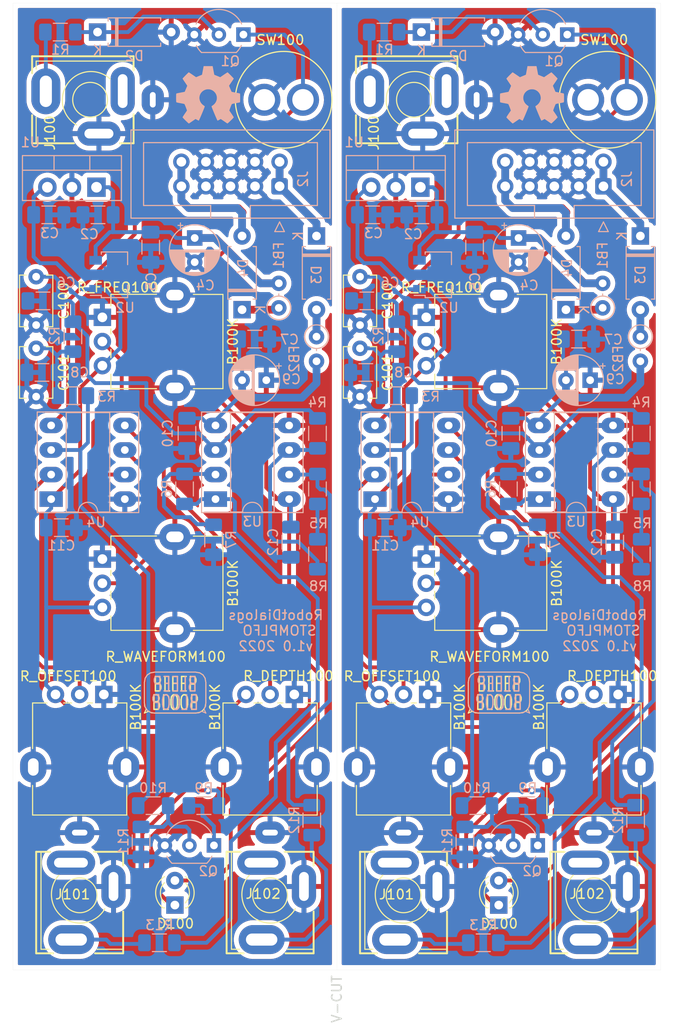
<source format=kicad_pcb>
(kicad_pcb (version 20211014) (generator pcbnew)
  (title_block (title "STOMPLFO") (date "2022-06-25") (rev "1.0") (company "RobotDialogs"))
  (layers (0 "F.Cu" signal) (31 "B.Cu" signal) (34 "B.Paste" user) (35 "F.Paste" user) (36 "B.SilkS" user "B.Silkscreen") (37 "F.SilkS" user "F.Silkscreen") (38 "B.Mask" user) (39 "F.Mask" user) (44 "Edge.Cuts" user))
  (net 0 "")
  (net 1 "+12V")
  (net 2 "GND")
  (net 3 "-12V")
  (net 4 "+5V")
  (net 5 "-12VA")
  (net 6 "+12VA")
  (net 7 "Net-(R4-Pad2)")
  (net 8 "Net-(R13-Pad1)")
  (net 9 "Net-(C100-Pad1)")
  (net 10 "Net-(C101-Pad1)")
  (net 11 "Net-(D2-Pad1)")
  (net 12 "Net-(D3-Pad2)")
  (net 13 "Net-(D4-Pad1)")
  (net 14 "Net-(J100-PadT)")
  (net 16 "Net-(J101-PadT)")
  (net 19 "Net-(J102-PadT)")
  (net 20 "Net-(D100-Pad1)")
  (net 21 "Net-(R3-Pad1)")
  (net 22 "Net-(R5-Pad1)")
  (net 23 "Net-(R12-Pad1)")
  (net 24 "Net-(Q1-Pad1)")
  (net 25 "Net-(R10-Pad1)")
  (net 26 "Net-(R9-Pad2)")
  (net 27 "Net-(R6-Pad1)")
  (net 28 "Net-(R_DEPTH100-Pad2)")
  (net 29 "Net-(R_FREQ100-Pad2)")
  (net 30 "Net-(R_OFFSET100-Pad2)")
  (net 31 "Net-(R_WAVEFORM100-Pad2)")
  (footprint "My Stuff:Potentiometer_Alpha_RD901F-40-00D_Single_Vertical_w_3d" (layer "F.Cu") (at 156.75 85)
    (fp_text reference "R_FREQ100")
    (fp_text value "B100K")
  )
  (footprint "My Stuff:LED_D3.0mm" (layer "F.Cu") (at 190.25 142.011044 90)
    (fp_text reference "D100")
    (fp_text value "LED")
  )
  (footprint "My Stuff:LED_D3.0mm" (layer "F.Cu") (at 156.75 142.011044 90)
    (fp_text reference "D100")
    (fp_text value "LED")
  )
  (footprint "Capacitor_THT:C_Disc_D5.1mm_W3.2mm_P5.00mm" (layer "F.Cu") (at 175.9 85.7 -90)
    (fp_text reference "C101")
    (fp_text value "47nF")
  )
  (footprint "My Stuff:SW_PS1024ALRED" (layer "F.Cu") (at 201.5 60)
    (fp_text reference "SW100")
    (fp_text value "SW_Push")
  )
  (footprint "My Stuff:Jack_3.5mm_MJ-355W_and_PJ398SM_Vertical" (layer "F.Cu") (at 181.5 60 90)
    (fp_text reference "J100")
    (fp_text value "SYNC_IN")
  )
  (footprint "My Stuff:Logo2" (layer "F.Cu") (at 190.3 121.3)
    (fp_text reference "LOGO101" hide)
    (fp_text value "logo1" hide)
  )
  (footprint "My Stuff:Potentiometer_Alpha_RD901F-40-00D_Single_Vertical_w_3d" (layer "F.Cu") (at 190.25 85)
    (fp_text reference "R_FREQ100")
    (fp_text value "B100K")
  )
  (footprint "My Stuff:Potentiometer_Alpha_RD901F-40-00D_Single_Vertical_w_3d" (layer "F.Cu") (at 166.6 129 -90)
    (fp_text reference "R_DEPTH100")
    (fp_text value "B100K")
  )
  (footprint "My Stuff:Potentiometer_Alpha_RD901F-40-00D_Single_Vertical_w_3d" (layer "F.Cu") (at 156.75 110)
    (fp_text reference "R_WAVEFORM100")
    (fp_text value "B100K")
  )
  (footprint "My Stuff:SW_PS1024ALRED" (layer "F.Cu") (at 168 60)
    (fp_text reference "SW100")
    (fp_text value "SW_Push")
  )
  (footprint "My Stuff:Potentiometer_Alpha_RD901F-40-00D_Single_Vertical_w_3d" (layer "F.Cu") (at 200.1 129 -90)
    (fp_text reference "R_DEPTH100")
    (fp_text value "B100K")
  )
  (footprint "My Stuff:Jack_3.5mm_MJ-355W_and_PJ398SM_Vertical" (layer "F.Cu") (at 146.9 142.25 180)
    (fp_text reference "J101")
    (fp_text value "LFO")
  )
  (footprint "My Stuff:Potentiometer_Alpha_RD901F-40-00D_Single_Vertical_w_3d" (layer "F.Cu") (at 146.9 129 -90)
    (fp_text reference "R_OFFSET100")
    (fp_text value "B100K")
  )
  (footprint "My Stuff:Logo1" (layer "F.Cu") (at 156.75 121.3)
    (fp_text reference "LOGO100" hide)
    (fp_text value "logo1" hide)
  )
  (footprint "My Stuff:Jack_3.5mm_MJ-355W_and_PJ398SM_Vertical" (layer "F.Cu") (at 200.1 142.25 180)
    (fp_text reference "J102")
    (fp_text value "LFO_INV")
  )
  (footprint "My Stuff:Potentiometer_Alpha_RD901F-40-00D_Single_Vertical_w_3d" (layer "F.Cu") (at 180.4 129 -90)
    (fp_text reference "R_OFFSET100")
    (fp_text value "B100K")
  )
  (footprint "My Stuff:Jack_3.5mm_MJ-355W_and_PJ398SM_Vertical" (layer "F.Cu") (at 166.6 142.25 180)
    (fp_text reference "J102")
    (fp_text value "LFO_INV")
  )
  (footprint "My Stuff:Potentiometer_Alpha_RD901F-40-00D_Single_Vertical_w_3d" (layer "F.Cu") (at 190.25 110)
    (fp_text reference "R_WAVEFORM100")
    (fp_text value "B100K")
  )
  (footprint "Capacitor_THT:C_Disc_D5.1mm_W3.2mm_P5.00mm" (layer "F.Cu") (at 142.4 85.7 -90)
    (fp_text reference "C101")
    (fp_text value "47nF")
  )
  (footprint "My Stuff:Jack_3.5mm_MJ-355W_and_PJ398SM_Vertical" (layer "F.Cu") (at 180.4 142.25 180)
    (fp_text reference "J101")
    (fp_text value "LFO")
  )
  (footprint "My Stuff:Logo1" (layer "F.Cu") (at 190.25 121.3)
    (fp_text reference "LOGO100" hide)
    (fp_text value "logo1" hide)
  )
  (footprint "Capacitor_THT:C_Disc_D5.1mm_W3.2mm_P5.00mm" (layer "F.Cu") (at 175.9 78.3 -90)
    (fp_text reference "C100")
    (fp_text value "4.7nF")
  )
  (footprint "My Stuff:Jack_3.5mm_MJ-355W_and_PJ398SM_Vertical" (layer "F.Cu") (at 148 60 90)
    (fp_text reference "J100")
    (fp_text value "SYNC_IN")
  )
  (footprint "My Stuff:Logo2" (layer "F.Cu") (at 156.8 121.3)
    (fp_text reference "LOGO101" hide)
    (fp_text value "logo1" hide)
  )
  (footprint "Capacitor_THT:C_Disc_D5.1mm_W3.2mm_P5.00mm" (layer "F.Cu") (at 142.4 78.3 -90)
    (fp_text reference "C100")
    (fp_text value "4.7nF")
  )
  (footprint "Resistor_SMD:R_1206_3216Metric_Pad1.30x1.75mm_HandSolder" (layer "B.Cu") (at 160.75 105.5 90)
    (fp_text reference "R7")
    (fp_text value "100k")
  )
  (footprint "Resistor_SMD:R_1206_3216Metric_Pad1.30x1.75mm_HandSolder" (layer "B.Cu") (at 204.41 134.5 -90)
    (fp_text reference "R12")
    (fp_text value "1k")
  )
  (footprint "Capacitor_SMD:C_1206_3216Metric_Pad1.33x1.80mm_HandSolder" (layer "B.Cu") (at 176.6 80.8 180)
    (fp_text reference "C6")
    (fp_text value "4.7nF")
  )
  (footprint "Inductor_THT:L_Axial_L5.3mm_D2.2mm_P2.54mm_Vertical_Vishay_IM-1" (layer "B.Cu") (at 171.4 84.5 -90)
    (fp_text reference "FB2")
    (fp_text value "FerriteBead")
  )
  (footprint "Symbol:OSHW-Symbol_6.7x6mm_SilkScreen" (layer "B.Cu") (at 193.7 59.5 180)
    (fp_text reference "LOGO2" hide)
    (fp_text value "Logo_Open_Hardware_Small" hide)
  )
  (footprint "Package_TO_SOT_THT:TO-92_Inline_Wide" (layer "B.Cu") (at 163.84 53.26 180)
    (fp_text reference "Q1")
    (fp_text value "BC547")
  )
  (footprint "Package_DIP:DIP-8_W7.62mm_Socket_LongPads" (layer "B.Cu") (at 194.45 101.3)
    (fp_text reference "U3")
    (fp_text value "TL072")
  )
  (footprint "Package_TO_SOT_THT:TO-92_Inline_Wide" (layer "B.Cu") (at 197.34 53.26 180)
    (fp_text reference "Q1")
    (fp_text value "BC547")
  )
  (footprint "Resistor_SMD:R_1206_3216Metric_Pad1.30x1.75mm_HandSolder" (layer "B.Cu") (at 159.75 133 180)
    (fp_text reference "R9")
    (fp_text value "10k")
  )
  (footprint "Capacitor_SMD:C_1206_3216Metric_Pad1.33x1.80mm_HandSolder" (layer "B.Cu") (at 191.5 94.5 90)
    (fp_text reference "C10")
    (fp_text value "10nF")
  )
  (footprint "Capacitor_THT:CP_Radial_D5.0mm_P2.50mm" (layer "B.Cu") (at 199.705113 89 180)
    (fp_text reference "C9")
    (fp_text value "100uF")
  )
  (footprint "Resistor_SMD:R_1206_3216Metric_Pad1.30x1.75mm_HandSolder" (layer "B.Cu") (at 188 133 180)
    (fp_text reference "R10")
    (fp_text value "2k")
  )
  (footprint "Resistor_SMD:R_1206_3216Metric_Pad1.30x1.75mm_HandSolder" (layer "B.Cu") (at 153.25 136.75 -90)
    (fp_text reference "R11")
    (fp_text value "10k")
  )
  (footprint "Package_TO_SOT_THT:TO-220-3_Vertical" (layer "B.Cu") (at 182.14 69.045 180)
    (fp_text reference "U1")
    (fp_text value "LM7805_TO220")
  )
  (footprint "Diode_THT:D_A-405_P7.62mm_Horizontal" (layer "B.Cu") (at 182.25 53)
    (fp_text reference "D2")
    (fp_text value "D")
  )
  (footprint "Resistor_SMD:R_1206_3216Metric_Pad1.30x1.75mm_HandSolder" (layer "B.Cu") (at 178.4 53)
    (fp_text reference "R1")
    (fp_text value "10k")
  )
  (footprint "Capacitor_SMD:C_1206_3216Metric_Pad1.33x1.80mm_HandSolder" (layer "B.Cu") (at 177.2 71.9)
    (fp_text reference "C3")
    (fp_text value "100nF")
  )
  (footprint "Capacitor_SMD:C_1206_3216Metric_Pad1.33x1.80mm_HandSolder" (layer "B.Cu") (at 143 88.2 180)
    (fp_text reference "C8")
    (fp_text value "47nF")
  )
  (footprint "Resistor_SMD:R_1206_3216Metric_Pad1.30x1.75mm_HandSolder" (layer "B.Cu") (at 191.25 100.25 -90)
    (fp_text reference "R6")
    (fp_text value "100k")
  )
  (footprint "Diode_THT:D_A-405_P7.62mm_Horizontal" (layer "B.Cu") (at 171.4 74.09 -90)
    (fp_text reference "D3")
    (fp_text value "D")
  )
  (footprint "Diode_THT:D_A-405_P7.62mm_Horizontal" (layer "B.Cu") (at 148.75 53)
    (fp_text reference "D2")
    (fp_text value "D")
  )
  (footprint "Resistor_SMD:R_1206_3216Metric_Pad1.30x1.75mm_HandSolder" (layer "B.Cu") (at 179.7 84.5 90)
    (fp_text reference "R2")
    (fp_text value "100k")
  )
  (footprint "Resistor_SMD:R_1206_3216Metric_Pad1.30x1.75mm_HandSolder" (layer "B.Cu") (at 146.2 90.6 180)
    (fp_text reference "R3")
    (fp_text value "10k")
  )
  (footprint "Diode_THT:D_A-405_P7.62mm_Horizontal" (layer "B.Cu") (at 204.9 74.09 -90)
    (fp_text reference "D3")
    (fp_text value "D")
  )
  (footprint "Resistor_SMD:R_1206_3216Metric_Pad1.30x1.75mm_HandSolder" (layer "B.Cu") (at 205 94.5 -90)
    (fp_text reference "R4")
    (fp_text value "100k")
  )
  (footprint "Package_TO_SOT_SMD:SOT-89-3" (layer "B.Cu") (at 183.7 78.1)
    (fp_text reference "U2")
    (fp_text value "L78L05_SOT89")
  )
  (footprint "Package_TO_SOT_THT:TO-92_Inline_Wide" (layer "B.Cu") (at 160.79 137.11 180)
    (fp_text reference "Q2")
    (fp_text value "BC547")
  )
  (footprint "Capacitor_SMD:C_1206_3216Metric_Pad1.33x1.80mm_HandSolder" (layer "B.Cu") (at 143.1 80.8 180)
    (fp_text reference "C6")
    (fp_text value "4.7nF")
  )
  (footprint "Connector_IDC:IDC-Header_2x05_P2.54mm_Vertical" (layer "B.Cu") (at 167.58 68.9525 90)
    (fp_text reference "J2")
    (fp_text value "Conn_02x05_Odd_Even")
  )
  (footprint "Package_DIP:DIP-8_W7.62mm_Socket_LongPads" (layer "B.Cu") (at 160.95 101.3)
    (fp_text reference "U3")
    (fp_text value "TL072")
  )
  (footprint "Capacitor_SMD:C_1206_3216Metric_Pad1.33x1.80mm_HandSolder" (layer "B.Cu") (at 145 104.25)
    (fp_text reference "C11")
    (fp_text value "10nF")
  )
  (footprint "Package_TO_SOT_SMD:SOT-89-3" (layer "B.Cu") (at 150.2 78.1)
    (fp_text reference "U2")
    (fp_text value "L78L05_SOT89")
  )
  (footprint "Package_TO_SOT_THT:TO-220-3_Vertical" (layer "B.Cu") (at 148.64 69.045 180)
    (fp_text reference "U1")
    (fp_text value "LM7805_TO220")
  )
  (footprint "Resistor_SMD:R_1206_3216Metric_Pad1.30x1.75mm_HandSolder" (layer "B.Cu") (at 171.5 94.5 -90)
    (fp_text reference "R4")
    (fp_text value "100k")
  )
  (footprint "Capacitor_SMD:C_1206_3216Metric_Pad1.33x1.80mm_HandSolder" (layer "B.Cu") (at 143.7 71.9)
    (fp_text reference "C3")
    (fp_text value "100nF")
  )
  (footprint "Capacitor_SMD:C_1206_3216Metric_Pad1.33x1.80mm_HandSolder" (layer "B.Cu") (at 176.5 88.2 180)
    (fp_text reference "C8")
    (fp_text value "47nF")
  )
  (footprint "Package_DIP:DIP-8_W7.62mm_Socket_LongPads" (layer "B.Cu") (at 177.45 101.3)
    (fp_text reference "U4")
    (fp_text value "ElectricDruid_STOMPLFO")
  )
  (footprint "Resistor_SMD:R_1206_3216Metric_Pad1.30x1.75mm_HandSolder" (layer "B.Cu") (at 188.65 147.18 180)
    (fp_text reference "R13")
    (fp_text value "1k")
  )
  (footprint "Resistor_SMD:R_1206_3216Metric_Pad1.30x1.75mm_HandSolder" (layer "B.Cu") (at 146.2 84.5 90)
    (fp_text reference "R2")
    (fp_text value "100k")
  )
  (footprint "Resistor_SMD:R_1206_3216Metric_Pad1.30x1.75mm_HandSolder" (layer "B.Cu") (at 154.5 133 180)
    (fp_text reference "R10")
    (fp_text value "2k")
  )
  (footprint "Capacitor_SMD:C_1206_3216Metric_Pad1.33x1.80mm_HandSolder" (layer "B.Cu") (at 168.75 105.75 -90)
    (fp_text reference "C12")
    (fp_text value "10nF")
  )
  (footprint "Inductor_THT:L_Axial_L5.3mm_D2.2mm_P2.54mm_Vertical_Vishay_IM-1" (layer "B.Cu") (at 167.5 81.52 90)
    (fp_text reference "FB1")
    (fp_text value "FerriteBead")
  )
  (footprint "Resistor_SMD:R_1206_3216Metric_Pad1.30x1.75mm_HandSolder" (layer "B.Cu") (at 170.91 134.5 -90)
    (fp_text reference "R12")
    (fp_text value "1k")
  )
  (footprint "Resistor_SMD:R_1206_3216Metric_Pad1.30x1.75mm_HandSolder" (layer "B.Cu") (at 194.25 105.5 90)
    (fp_text reference "R7")
    (fp_text value "100k")
  )
  (footprint "Resistor_SMD:R_1206_3216Metric_Pad1.30x1.75mm_HandSolder" (layer "B.Cu") (at 205 100.25 90)
    (fp_text reference "R5")
    (fp_text value "100k")
  )
  (footprint "Capacitor_THT:CP_Radial_D5.0mm_P2.50mm" (layer "B.Cu") (at 158.8 74.294888 -90)
    (fp_text reference "C4")
    (fp_text value "100uF")
  )
  (footprint "Package_TO_SOT_THT:TO-92_Inline_Wide" (layer "B.Cu") (at 194.29 137.11 180)
    (fp_text reference "Q2")
    (fp_text value "BC547")
  )
  (footprint "Capacitor_SMD:C_1206_3216Metric_Pad1.33x1.80mm_HandSolder" (layer "B.Cu") (at 158 94.5 90)
    (fp_text reference "C10")
    (fp_text value "10nF")
  )
  (footprint "Capacitor_SMD:C_1206_3216Metric_Pad1.33x1.80mm_HandSolder" (layer "B.Cu") (at 198.5 84.75 180)
    (fp_text reference "C7")
    (fp_text value "10nF")
  )
  (footprint "Capacitor_THT:CP_Radial_D5.0mm_P2.50mm" (layer "B.Cu") (at 192.3 74.294888 -90)
    (fp_text reference "C4")
    (fp_text value "100uF")
  )
  (footprint "Inductor_THT:L_Axial_L5.3mm_D2.2mm_P2.54mm_Vertical_Vishay_IM-1" (layer "B.Cu") (at 204.9 84.5 -90)
    (fp_text reference "FB2")
    (fp_text value "FerriteBead")
  )
  (footprint "Resistor_SMD:R_1206_3216Metric_Pad1.30x1.75mm_HandSolder" (layer "B.Cu") (at 193.25 133 180)
    (fp_text reference "R9")
    (fp_text value "10k")
  )
  (footprint "Resistor_SMD:R_1206_3216Metric_Pad1.30x1.75mm_HandSolder" (layer "B.Cu") (at 171.5 100.25 90)
    (fp_text reference "R5")
    (fp_text value "100k")
  )
  (footprint "Resistor_SMD:R_1206_3216Metric_Pad1.30x1.75mm_HandSolder" (layer "B.Cu") (at 179.7 90.6 180)
    (fp_text reference "R3")
    (fp_text value "10k")
  )
  (footprint "Package_DIP:DIP-8_W7.62mm_Socket_LongPads" (layer "B.Cu") (at 143.95 101.3)
    (fp_text reference "U4")
    (fp_text value "ElectricDruid_STOMPLFO")
  )
  (footprint "Capacitor_SMD:C_1206_3216Metric_Pad1.33x1.80mm_HandSolder" (layer "B.Cu") (at 178.5 104.25)
    (fp_text reference "C11")
    (fp_text value "10nF")
  )
  (footprint "Capacitor_SMD:C_1206_3216Metric_Pad1.33x1.80mm_HandSolder" (layer "B.Cu") (at 202.25 105.75 -90)
    (fp_text reference "C12")
    (fp_text value "10nF")
  )
  (footprint "Capacitor_SMD:C_1206_3216Metric_Pad1.33x1.80mm_HandSolder" (layer "B.Cu") (at 182.3 71.9 180)
    (fp_text reference "C2")
    (fp_text value "220nF")
  )
  (footprint "Symbol:OSHW-Symbol_6.7x6mm_SilkScreen" (layer "B.Cu") (at 160.2 59.5 180)
    (fp_text reference "LOGO2" hide)
    (fp_text value "Logo_Open_Hardware_Small" hide)
  )
  (footprint "Capacitor_SMD:C_1206_3216Metric_Pad1.33x1.80mm_HandSolder" (layer "B.Cu") (at 154.25 75.25 -90)
    (fp_text reference "C5")
    (fp_text value "10nF")
  )
  (footprint "Resistor_SMD:R_1206_3216Metric_Pad1.30x1.75mm_HandSolder" (layer "B.Cu") (at 186.75 136.75 -90)
    (fp_text reference "R11")
    (fp_text value "10k")
  )
  (footprint "Connector_IDC:IDC-Header_2x05_P2.54mm_Vertical" (layer "B.Cu") (at 201.08 68.9525 90)
    (fp_text reference "J2")
    (fp_text value "Conn_02x05_Odd_Even")
  )
  (footprint "Diode_THT:D_A-405_P7.62mm_Horizontal" (layer "B.Cu") (at 197.2 81.71 90)
    (fp_text reference "D4")
    (fp_text value "D")
  )
  (footprint "Resistor_SMD:R_1206_3216Metric_Pad1.30x1.75mm_HandSolder" (layer "B.Cu") (at 205 107 90)
    (fp_text reference "R8")
    (fp_text value "100k")
  )
  (footprint "Diode_THT:D_A-405_P7.62mm_Horizontal" (layer "B.Cu") (at 163.7 81.71 90)
    (fp_text reference "D4")
    (fp_text value "D")
  )
  (footprint "Capacitor_SMD:C_1206_3216Metric_Pad1.33x1.80mm_HandSolder" (layer "B.Cu") (at 165 84.75 180)
    (fp_text reference "C7")
    (fp_text value "10nF")
  )
  (footprint "Resistor_SMD:R_1206_3216Metric_Pad1.30x1.75mm_HandSolder" (layer "B.Cu") (at 155.15 147.18 180)
    (fp_text reference "R13")
    (fp_text value "1k")
  )
  (footprint "Capacitor_THT:CP_Radial_D5.0mm_P2.50mm" (layer "B.Cu") (at 166.205113 89 180)
    (fp_text reference "C9")
    (fp_text value "100uF")
  )
  (footprint "Capacitor_SMD:C_1206_3216Metric_Pad1.33x1.80mm_HandSolder" (layer "B.Cu") (at 187.75 75.25 -90)
    (fp_text reference "C5")
    (fp_text value "10nF")
  )
  (footprint "Resistor_SMD:R_1206_3216Metric_Pad1.30x1.75mm_HandSolder" (layer "B.Cu") (at 144.9 53)
    (fp_text reference "R1")
    (fp_text value "10k")
  )
  (footprint "Inductor_THT:L_Axial_L5.3mm_D2.2mm_P2.54mm_Vertical_Vishay_IM-1" (layer "B.Cu") (at 201 81.52 90)
    (fp_text reference "FB1")
    (fp_text value "FerriteBead")
  )
  (footprint "Resistor_SMD:R_1206_3216Metric_Pad1.30x1.75mm_HandSolder" (layer "B.Cu") (at 157.75 100.25 -90)
    (fp_text reference "R6")
    (fp_text value "100k")
  )
  (footprint "Resistor_SMD:R_1206_3216Metric_Pad1.30x1.75mm_HandSolder" (layer "B.Cu") (at 171.5 107 90)
    (fp_text reference "R8")
    (fp_text value "100k")
  )
  (footprint "Capacitor_SMD:C_1206_3216Metric_Pad1.33x1.80mm_HandSolder" (layer "B.Cu") (at 148.8 71.9 180)
    (fp_text reference "C2")
    (fp_text value "220nF")
  )
  (gr_line (start 173.5 50) (end 173.5 150) (layer "Edge.Cuts") (width 0.01))
  (gr_rect (start 140 50) (end 207 150) (layer "Edge.Cuts") (width 0.01) (fill none))
  (gr_text "RobotDialogs\nSTOMPLFO \nv1.0 2022" (at 200.68 114.9) (layer "B.SilkS") (effects (font (size 1 1)) (justify mirror)))
  (gr_text "RobotDialogs\nSTOMPLFO \nv1.0 2022" (at 167.18 114.9) (layer "B.SilkS") (effects (font (size 1 1)) (justify mirror)))
  (gr_text "V-CUT" (at 173.5 153 90) (layer "Edge.Cuts") (effects (font (size 1 1))))
  (segment (start 194.5 76.5) (end 194.5 90.7) (width 0.4) (layer "F.Cu") (net 1))
  (segment (start 165.600978 78.98) (end 162.060489 75.439511) (width 0.8) (layer "F.Cu") (net 1))
  (segment (start 166.2 100.1) (end 167.4 101.3) (width 0.4) (layer "F.Cu") (net 1))
  (segment (start 205.02 124.44) (end 205.02 119.25) (width 0.4) (layer "F.Cu") (net 1))
  (segment (start 166.2 95.9) (end 166.2 100.1) (width 0.4) (layer "F.Cu") (net 1))
  (segment (start 205.02 119.25) (end 202.07 116.3) (width 0.4) (layer "F.Cu") (net 1))
  (segment (start 194.378956 140.741044) (end 196.03 139.09) (width 0.4) (layer "F.Cu") (net 1))
  (segment (start 167.5 78.98) (end 165.600978 78.98) (width 0.8) (layer "F.Cu") (net 1))
  (segment (start 161 90.7) (end 166.2 95.9) (width 0.4) (layer "F.Cu") (net 1))
  (segment (start 190.25 140.741044) (end 194.378956 140.741044) (width 0.4) (layer "F.Cu") (net 1))
  (segment (start 162.53 133.43) (end 171.52 124.44) (width 0.4) (layer "F.Cu") (net 1))
  (segment (start 162.060489 75.439511) (end 160.915866 74.294888) (width 0.8) (layer "F.Cu") (net 1))
  (segment (start 160.915866 74.294888) (end 158.8 74.294888) (width 0.8) (layer "F.Cu") (net 1))
  (segment (start 171.52 124.44) (end 171.52 119.25) (width 0.4) (layer "F.Cu") (net 1))
  (segment (start 200.6 101.3) (end 202.07 101.3) (width 0.4) (layer "F.Cu") (net 1))
  (segment (start 201 78.98) (end 199.100978 78.98) (width 0.8) (layer "F.Cu") (net 1))
  (segment (start 202.07 116.3) (end 202.07 101.3) (width 0.4) (layer "F.Cu") (net 1))
  (segment (start 195.560489 75.439511) (end 194.415866 74.294888) (width 0.8) (layer "F.Cu") (net 1))
  (segment (start 171.52 119.25) (end 168.57 116.3) (width 0.4) (layer "F.Cu") (net 1))
  (segment (start 156.75 140.741044) (end 160.878956 140.741044) (width 0.4) (layer "F.Cu") (net 1))
  (segment (start 168.57 116.3) (end 168.57 101.3) (width 0.4) (layer "F.Cu") (net 1))
  (segment (start 199.100978 78.98) (end 195.560489 75.439511) (width 0.8) (layer "F.Cu") (net 1))
  (segment (start 160.878956 140.741044) (end 162.53 139.09) (width 0.4) (layer "F.Cu") (net 1))
  (segment (start 167.1 101.3) (end 168.57 101.3) (width 0.4) (layer "F.Cu") (net 1))
  (segment (start 194.5 90.7) (end 199.7 95.9) (width 0.4) (layer "F.Cu") (net 1))
  (segment (start 199.7 95.9) (end 199.7 100.1) (width 0.4) (layer "F.Cu") (net 1))
  (segment (start 194.5 76.5) (end 195.560489 75.439511) (width 0.4) (layer "F.Cu") (net 1))
  (segment (start 194.415866 74.294888) (end 192.3 74.294888) (width 0.8) (layer "F.Cu") (net 1))
  (segment (start 161 76.5) (end 161 90.7) (width 0.4) (layer "F.Cu") (net 1))
  (segment (start 196.03 133.43) (end 205.02 124.44) (width 0.4) (layer "F.Cu") (net 1))
  (segment (start 162.53 139.09) (end 162.53 133.43) (width 0.4) (layer "F.Cu") (net 1))
  (segment (start 161 76.5) (end 162.060489 75.439511) (width 0.4) (layer "F.Cu") (net 1))
  (segment (start 199.7 100.1) (end 200.9 101.3) (width 0.4) (layer "F.Cu") (net 1))
  (segment (start 196.03 139.09) (end 196.03 133.43) (width 0.4) (layer "F.Cu") (net 1))
  (segment (start 148.55 76.6) (end 148.55 75.15) (width 0.4) (layer "B.Cu") (net 1))
  (segment (start 190.394888 74.294888) (end 189.7875 73.6875) (width 0.4) (layer "B.Cu") (net 1))
  (segment (start 149.945 69.045) (end 150.3625 69.4625) (width 0.4) (layer "B.Cu") (net 1))
  (segment (start 168.75 101.48) (end 168.57 101.3) (width 0.4) (layer "B.Cu") (net 1))
  (segment (start 148.64 69.045) (end 149.945 69.045) (width 0.4) (layer "B.Cu") (net 1))
  (segment (start 192.3 74.294888) (end 190.394888 74.294888) (width 0.4) (layer "B.Cu") (net 1))
  (segment (start 150.3625 73.6375) (end 150.3125 73.6875) (width 0.4) (layer "B.Cu") (net 1))
  (segment (start 183.5125 73.6875) (end 183.8125 73.6875) (width 0.4) (layer "B.Cu") (net 1))
  (segment (start 150.3125 73.6875) (end 154.25 73.6875) (width 0.4) (layer "B.Cu") (net 1))
  (segment (start 183.8625 71.9) (end 183.8625 73.6375) (width 0.4) (layer "B.Cu") (net 1))
  (segment (start 202.25 104.1875) (end 202.25 101.48) (width 0.4) (layer "B.Cu") (net 1))
  (segment (start 150.3625 69.4625) (end 150.3625 71.9) (width 0.4) (layer "B.Cu") (net 1))
  (segment (start 183.8125 73.6875) (end 187.75 73.6875) (width 0.4) (layer "B.Cu") (net 1))
  (segment (start 168.75 104.1875) (end 168.75 101.48) (width 0.4) (layer "B.Cu") (net 1))
  (segment (start 150.3625 71.9) (end 150.3625 73.6375) (width 0.4) (layer "B.Cu") (net 1))
  (segment (start 189.7875 73.6875) (end 187.75 73.6875) (width 0.4) (layer "B.Cu") (net 1))
  (segment (start 167.5 78.98) (end 165.58 78.98) (width 0.8) (layer "B.Cu") (net 1))
  (segment (start 150.0125 73.6875) (end 150.3125 73.6875) (width 0.4) (layer "B.Cu") (net 1))
  (segment (start 148.55 75.15) (end 150.0125 73.6875) (width 0.4) (layer "B.Cu") (net 1))
  (segment (start 182.14 69.045) (end 183.445 69.045) (width 0.4) (layer "B.Cu") (net 1))
  (segment (start 160.894888 74.294888) (end 158.8 74.294888) (width 0.8) (layer "B.Cu") (net 1))
  (segment (start 156.894888 74.294888) (end 156.2875 73.6875) (width 0.4) (layer "B.Cu") (net 1))
  (segment (start 168.57 101.3) (end 168.8 101.3) (width 0.4) (layer "B.Cu") (net 1))
  (segment (start 182.05 76.6) (end 182.05 75.15) (width 0.4) (layer "B.Cu") (net 1))
  (segment (start 202.25 101.48) (end 202.07 101.3) (width 0.4) (layer "B.Cu") (net 1))
  (segment (start 202.07 101.3) (end 202.3 101.3) (width 0.4) (layer "B.Cu") (net 1))
  (segment (start 158.8 74.294888) (end 156.894888 74.294888) (width 0.4) (layer "B.Cu") (net 1))
  (segment (start 182.05 75.15) (end 183.5125 73.6875) (width 0.4) (layer "B.Cu") (net 1))
  (segment (start 199.08 78.98) (end 194.394888 74.294888) (width 0.8) (layer "B.Cu") (net 1))
  (segment (start 183.445 69.045) (end 183.8625 69.4625) (width 0.4) (layer "B.Cu") (net 1))
  (segment (start 165.58 78.98) (end 160.894888 74.294888) (width 0.8) (layer "B.Cu") (net 1))
  (segment (start 183.8625 73.6375) (end 183.8125 73.6875) (width 0.4) (layer "B.Cu") (net 1))
  (segment (start 201 78.98) (end 199.08 78.98) (width 0.8) (layer "B.Cu") (net 1))
  (segment (start 156.2875 73.6875) (end 154.25 73.6875) (width 0.4) (layer "B.Cu") (net 1))
  (segment (start 194.394888 74.294888) (end 192.3 74.294888) (width 0.8) (layer "B.Cu") (net 1))
  (segment (start 183.8625 69.4625) (end 183.8625 71.9) (width 0.4) (layer "B.Cu") (net 1))
  (segment (start 160.95 93.160226) (end 163.705113 90.405113) (width 0.4) (layer "B.Cu") (net 3))
  (segment (start 197.205113 87.405113) (end 196.9 87.1) (width 0.4) (layer "B.Cu") (net 3))
  (segment (start 197.205113 90.405113) (end 197.61 90.81) (width 0.8) (layer "B.Cu") (net 3))
  (segment (start 194.45 93.160226) (end 197.205113 90.405113) (width 0.4) (layer "B.Cu") (net 3))
  (segment (start 163.4 84.7875) (end 163.4375 84.75) (width 0.4) (layer "B.Cu") (net 3))
  (segment (start 196.9 84.7875) (end 196.9375 84.75) (width 0.4) (layer "B.Cu") (net 3))
  (segment (start 193.78 93.68) (end 193.0375 92.9375) (width 0.4) (layer "B.Cu") (net 3))
  (segment (start 163.4 87.1) (end 163.4 84.7875) (width 0.4) (layer "B.Cu") (net 3))
  (segment (start 163.705113 87.405113) (end 163.4 87.1) (width 0.4) (layer "B.Cu") (net 3))
  (segment (start 204.9 87.04) (end 204.9 89.3) (width 0.8) (layer "B.Cu") (net 3))
  (segment (start 197.61 90.81) (end 203.39 90.81) (width 0.8) (layer "B.Cu") (net 3))
  (segment (start 164.11 90.81) (end 169.89 90.81) (width 0.8) (layer "B.Cu") (net 3))
  (segment (start 159.5375 92.9375) (end 158 92.9375) (width 0.4) (layer "B.Cu") (net 3))
  (segment (start 194.45 93.68) (end 194.45 93.160226) (width 0.4) (layer "B.Cu") (net 3))
  (segment (start 197.205113 89) (end 197.205113 90.405113) (width 0.8) (layer "B.Cu") (net 3))
  (segment (start 196.9 87.1) (end 196.9 84.7875) (width 0.4) (layer "B.Cu") (net 3))
  (segment (start 193.0375 92.9375) (end 191.5 92.9375) (width 0.4) (layer "B.Cu") (net 3))
  (segment (start 160.95 93.68) (end 160.28 93.68) (width 0.4) (layer "B.Cu") (net 3))
  (segment (start 171.4 87.04) (end 171.4 89.3) (width 0.8) (layer "B.Cu") (net 3))
  (segment (start 160.95 93.68) (end 160.95 93.160226) (width 0.4) (layer "B.Cu") (net 3))
  (segment (start 194.45 93.68) (end 193.78 93.68) (width 0.4) (layer "B.Cu") (net 3))
  (segment (start 171.4 89.3) (end 169.89 90.81) (width 0.8) (layer "B.Cu") (net 3))
  (segment (start 197.205113 89) (end 197.205113 87.405113) (width 0.4) (layer "B.Cu") (net 3))
  (segment (start 163.705113 89) (end 163.705113 87.405113) (width 0.4) (layer "B.Cu") (net 3))
  (segment (start 163.705113 90.405113) (end 164.11 90.81) (width 0.8) (layer "B.Cu") (net 3))
  (segment (start 160.28 93.68) (end 159.5375 92.9375) (width 0.4) (layer "B.Cu") (net 3))
  (segment (start 204.9 89.3) (end 203.39 90.81) (width 0.8) (layer "B.Cu") (net 3))
  (segment (start 163.705113 89) (end 163.705113 90.405113) (width 0.8) (layer "B.Cu") (net 3))
  (segment (start 146.95 89.8) (end 146.95 98.3) (width 0.4) (layer "F.Cu") (net 4))
  (segment (start 160.73 124.87) (end 164.1 121.5) (width 0.4) (layer "F.Cu") (net 4))
  (segment (start 182.75 87.5) (end 180.45 89.8) (width 0.4) (layer "F.Cu") (net 4))
  (segment (start 194.23 124.87) (end 197.6 121.5) (width 0.4) (layer "F.Cu") (net 4))
  (segment (start 144.4 121.5) (end 147.77 124.87) (width 0.4) (layer "F.Cu") (net 4))
  (segment (start 180.45 98.3) (end 177.45 101.3) (width 0.4) (layer "F.Cu") (net 4))
  (segment (start 146.95 98.3) (end 143.95 101.3) (width 0.4) (layer "F.Cu") (net 4))
  (segment (start 181.27 124.87) (end 194.23 124.87) (width 0.4) (layer "F.Cu") (net 4))
  (segment (start 149.25 87.5) (end 146.95 89.8) (width 0.4) (layer "F.Cu") (net 4))
  (segment (start 180.45 89.8) (end 180.45 98.3) (width 0.4) (layer "F.Cu") (net 4))
  (segment (start 147.77 124.87) (end 160.73 124.87) (width 0.4) (layer "F.Cu") (net 4))
  (segment (start 177.9 121.5) (end 181.27 124.87) (width 0.4) (layer "F.Cu") (net 4))
  (segment (start 142.8 76.9) (end 144.5 76.9) (width 0.4) (layer "B.Cu") (net 4))
  (segment (start 182.75 87.5) (end 184.61 85.64) (width 0.4) (layer "B.Cu") (net 4))
  (segment (start 176.655 69.045) (end 175.6375 70.0625) (width 0.4) (layer "B.Cu") (net 4))
  (segment (start 151.11 81.19) (end 149.52 79.6) (width 0.4) (layer "B.Cu") (net 4))
  (segment (start 143.56 69.045) (end 143.155 69.045) (width 0.4) (layer "B.Cu") (net 4))
  (segment (start 182.75 112.5) (end 177.04 112.5) (width 0.4) (layer "B.Cu") (net 4))
  (segment (start 142.1375 76.2375) (end 142.8 76.9) (width 0.4) (layer "B.Cu") (net 4))
  (segment (start 177.06 69.045) (end 176.655 69.045) (width 0.4) (layer "B.Cu") (net 4))
  (segment (start 143.4375 112.3975) (end 143.4375 120.5375) (width 0.4) (layer "B.Cu") (net 4))
  (segment (start 175.6375 71.9) (end 175.6375 76.2375) (width 0.4) (layer "B.Cu") (net 4))
  (segment (start 176.9375 104.25) (end 176.9375 112.3975) (width 0.4) (layer "B.Cu") (net 4))
  (segment (start 184.61 81.19) (end 183.02 79.6) (width 0.4) (layer "B.Cu") (net 4))
  (segment (start 143.4375 120.5375) (end 144.4 121.5) (width 0.4) (layer "B.Cu") (net 4))
  (segment (start 177.04 112.5) (end 176.9375 112.3975) (width 0.4) (layer "B.Cu") (net 4))
  (segment (start 178 76.9) (end 180.7 79.6) (width 0.4) (layer "B.Cu") (net 4))
  (segment (start 147.2 79.6) (end 148.55 79.6) (width 0.4) (layer "B.Cu") (net 4))
  (segment (start 149.25 87.5) (end 151.11 85.64) (width 0.4) (layer "B.Cu") (net 4))
  (segment (start 175.6375 76.2375) (end 176.3 76.9) (width 0.4) (layer "B.Cu") (net 4))
  (segment (start 177.45 101.3) (end 177.45 102.25) (width 0.4) (layer "B.Cu") (net 4))
  (segment (start 184.61 85.64) (end 184.61 81.19) (width 0.4) (layer "B.Cu") (net 4))
  (segment (start 180.7 79.6) (end 182.05 79.6) (width 0.4) (layer "B.Cu") (net 4))
  (segment (start 176.9 102.8) (end 176.9 104.2125) (width 0.4) (layer "B.Cu") (net 4))
  (segment (start 143.4375 104.25) (end 143.4375 112.3975) (width 0.4) (layer "B.Cu") (net 4))
  (segment (start 142.1375 70.0625) (end 142.1375 71.9) (width 0.4) (layer "B.Cu") (net 4))
  (segment (start 175.6375 70.0625) (end 175.6375 71.9) (width 0.4) (layer "B.Cu") (net 4))
  (segment (start 143.4 104.2125) (end 143.4375 104.25) (width 0.4) (layer "B.Cu") (net 4))
  (segment (start 143.95 101.3) (end 143.95 102.25) (width 0.4) (layer "B.Cu") (net 4))
  (segment (start 143.54 112.5) (end 143.4375 112.3975) (width 0.4) (layer "B.Cu") (net 4))
  (segment (start 142.1375 71.9) (end 142.1375 76.2375) (width 0.4) (layer "B.Cu") (net 4))
  (segment (start 149.25 112.5) (end 143.54 112.5) (width 0.4) (layer "B.Cu") (net 4))
  (segment (start 144.5 76.9) (end 147.2 79.6) (width 0.4) (layer "B.Cu") (net 4))
  (segment (start 176.9375 112.3975) (end 176.9375 120.5375) (width 0.4) (layer "B.Cu") (net 4))
  (segment (start 149.52 79.6) (end 148.55 79.6) (width 0.4) (layer "B.Cu") (net 4))
  (segment (start 176.9375 120.5375) (end 177.9 121.5) (width 0.4) (layer "B.Cu") (net 4))
  (segment (start 143.4 102.8) (end 143.4 104.2125) (width 0.4) (layer "B.Cu") (net 4))
  (segment (start 183.02 79.6) (end 182.05 79.6) (width 0.4) (layer "B.Cu") (net 4))
  (segment (start 176.3 76.9) (end 178 76.9) (width 0.4) (layer "B.Cu") (net 4))
  (segment (start 143.95 102.25) (end 143.4 102.8) (width 0.4) (layer "B.Cu") (net 4))
  (segment (start 143.155 69.045) (end 142.1375 70.0625) (width 0.4) (layer "B.Cu") (net 4))
  (segment (start 177.45 102.25) (end 176.9 102.8) (width 0.4) (layer "B.Cu") (net 4))
  (segment (start 151.11 85.64) (end 151.11 81.19) (width 0.4) (layer "B.Cu") (net 4))
  (segment (start 176.9 104.2125) (end 176.9375 104.25) (width 0.4) (layer "B.Cu") (net 4))
  (segment (start 204.9 74.09) (end 204.9 72.7725) (width 0.8) (layer "F.Cu") (net 5))
  (segment (start 171.4 74.09) (end 171.4 72.7725) (width 0.8) (layer "F.Cu") (net 5))
  (segment (start 204.9 72.7725) (end 201.08 68.9525) (width 0.8) (layer "F.Cu") (net 5))
  (segment (start 171.4 72.7725) (end 167.58 68.9525) (width 0.8) (layer "F.Cu") (net 5))
  (segment (start 201.08 66.4125) (end 201.08 68.9525) (width 0.8) (layer "F.Cu") (net 5))
  (segment (start 167.58 66.4125) (end 167.58 68.9525) (width 0.8) (layer "F.Cu") (net 5))
  (segment (start 171.4 74.09) (end 171.4 72.7725) (width 0.8) (layer "B.Cu") (net 5))
  (segment (start 171.4 72.7725) (end 167.58 68.9525) (width 0.8) (layer "B.Cu") (net 5))
  (segment (start 204.9 74.09) (end 204.9 72.7725) (width 0.8) (layer "B.Cu") (net 5))
  (segment (start 204.9 72.7725) (end 201.08 68.9525) (width 0.8) (layer "B.Cu") (net 5))
  (segment (start 201.08 66.4125) (end 201.08 68.9525) (width 0.8) (layer "B.Cu") (net 5))
  (segment (start 167.58 66.4125) (end 167.58 68.9525) (width 0.8) (layer "B.Cu") (net 5))
  (segment (start 196.8 71.2) (end 197.25 71.65) (width 0.8) (layer "F.Cu") (net 6))
  (segment (start 191.7 71.2) (end 196.8 71.2) (width 0.8) (layer "F.Cu") (net 6))
  (segment (start 158.2 71.2) (end 163.3 71.2) (width 0.8) (layer "F.Cu") (net 6))
  (segment (start 190.92 70.42) (end 191.7 71.2) (width 0.8) (layer "F.Cu") (net 6))
  (segment (start 190.92 68.9525) (end 190.92 70.42) (width 0.8) (layer "F.Cu") (net 6))
  (segment (start 163.3 71.2) (end 163.75 71.65) (width 0.8) (layer "F.Cu") (net 6))
  (segment (start 163.7 71.7) (end 163.75 71.65) (width 0.8) (layer "F.Cu") (net 6))
  (segment (start 190.92 66.4125) (end 190.92 68.9525) (width 0.8) (layer "F.Cu") (net 6))
  (segment (start 157.42 70.42) (end 158.2 71.2) (width 0.8) (layer "F.Cu") (net 6))
  (segment (start 157.42 66.4125) (end 157.42 68.9525) (width 0.8) (layer "F.Cu") (net 6))
  (segment (start 197.2 71.7) (end 197.25 71.65) (width 0.8) (layer "F.Cu") (net 6))
  (segment (start 197.2 74.09) (end 197.2 71.7) (width 0.8) (layer "F.Cu") (net 6))
  (segment (start 157.42 68.9525) (end 157.42 70.42) (width 0.8) (layer "F.Cu") (net 6))
  (segment (start 163.7 74.09) (end 163.7 71.7) (width 0.8) (layer "F.Cu") (net 6))
  (segment (start 191.7 71.2) (end 196.7 71.2) (width 0.8) (layer "B.Cu") (net 6))
  (segment (start 190.92 70.42) (end 191.7 71.2) (width 0.8) (layer "B.Cu") (net 6))
  (segment (start 197.2 71.7) (end 197.2 74.09) (width 0.8) (layer "B.Cu") (net 6))
  (segment (start 196.7 71.2) (end 197.2 71.7) (width 0.8) (layer "B.Cu") (net 6))
  (segment (start 163.7 71.7) (end 163.7 74.09) (width 0.8) (layer "B.Cu") (net 6))
  (segment (start 157.42 70.42) (end 158.2 71.2) (width 0.8) (layer "B.Cu") (net 6))
  (segment (start 157.42 66.4125) (end 157.42 68.9525) (width 0.8) (layer "B.Cu") (net 6))
  (segment (start 163.2 71.2) (end 163.7 71.7) (width 0.8) (layer "B.Cu") (net 6))
  (segment (start 190.92 66.4125) (end 190.92 68.9525) (width 0.8) (layer "B.Cu") (net 6))
  (segment (start 190.92 68.9525) (end 190.92 70.42) (width 0.8) (layer "B.Cu") (net 6))
  (segment (start 157.42 68.9525) (end 157.42 70.42) (width 0.8) (layer "B.Cu") (net 6))
  (segment (start 158.2 71.2) (end 163.2 71.2) (width 0.8) (layer "B.Cu") (net 6))
  (segment (start 200.1 105.1) (end 200.7 105.7) (width 0.4) (layer "B.Cu") (net 7))
  (segment (start 171.33 96.22) (end 171.5 96.05) (width 0.4) (layer "B.Cu") (net 7))
  (segment (start 168.57 96.22) (end 171.33 96.22) (width 0.4) (layer "B.Cu") (net 7))
  (segment (start 202.07 96.22) (end 204.83 96.22) (width 0.4) (layer "B.Cu") (net 7))
  (segment (start 201.88 96.22) (end 200.1 98) (width 0.4) (layer "B.Cu") (net 7))
  (segment (start 200.7 105.7) (end 203 105.7) (width 0.4) (layer "B.Cu") (net 7))
  (segment (start 168.38 96.22) (end 166.6 98) (width 0.4) (layer "B.Cu") (net 7))
  (segment (start 203 105.7) (end 205 107.7) (width 0.4) (layer "B.Cu") (net 7))
  (segment (start 200.1 98) (end 200.1 105.1) (width 0.4) (layer "B.Cu") (net 7))
  (segment (start 202.07 96.22) (end 201.88 96.22) (width 0.4) (layer "B.Cu") (net 7))
  (segment (start 167.2 105.7) (end 169.5 105.7) (width 0.4) (layer "B.Cu") (net 7))
  (segment (start 204.83 96.22) (end 205 96.05) (width 0.4) (layer "B.Cu") (net 7))
  (segment (start 169.5 105.7) (end 171.5 107.7) (width 0.4) (layer "B.Cu") (net 7))
  (segment (start 166.6 105.1) (end 167.2 105.7) (width 0.4) (layer "B.Cu") (net 7))
  (segment (start 205 107.7) (end 205 108.55) (width 0.4) (layer "B.Cu") (net 7))
  (segment (start 168.57 96.22) (end 168.38 96.22) (width 0.4) (layer "B.Cu") (net 7))
  (segment (start 171.5 107.7) (end 171.5 108.55) (width 0.4) (layer "B.Cu") (net 7))
  (segment (start 166.6 98) (end 166.6 105.1) (width 0.4) (layer "B.Cu") (net 7))
  (segment (start 200.69 126.47) (end 200.69 132.08) (width 0.4) (layer "B.Cu") (net 8))
  (segment (start 160.02 147.18) (end 156.7 147.18) (width 0.4) (layer "B.Cu") (net 8))
  (segment (start 193.52 147.18) (end 190.2 147.18) (width 0.4) (layer "B.Cu") (net 8))
  (segment (start 194.45 101.3) (end 193 101.3) (width 0.4) (layer "B.Cu") (net 8))
  (segment (start 171.53 122.13) (end 167.19 126.47) (width 0.4) (layer "B.Cu") (net 8))
  (segment (start 193 101.3) (end 192.5 101.8) (width 0.4) (layer "B.Cu") (net 8))
  (segment (start 196.16 101.3) (end 196.46 101.6) (width 0.4) (layer "B.Cu") (net 8))
  (segment (start 162.96 104.73) (end 167.6 109.37) (width 0.4) (layer "B.Cu") (net 8))
  (segment (start 160.95 101.3) (end 162.66 101.3) (width 0.4) (layer "B.Cu") (net 8))
  (segment (start 162.66 101.3) (end 162.96 101.6) (width 0.4) (layer "B.Cu") (net 8))
  (segment (start 196.46 104.73) (end 201.1 109.37) (width 0.4) (layer "B.Cu") (net 8))
  (segment (start 196.05 136.72) (end 196.05 144.65) (width 0.4) (layer "B.Cu") (net 8))
  (segment (start 162.55 136.72) (end 162.55 144.65) (width 0.4) (layer "B.Cu") (net 8))
  (segment (start 200.69 132.08) (end 196.05 136.72) (width 0.4) (layer "B.Cu") (net 8))
  (segment (start 202.8 109.37) (end 205.03 111.6) (width 0.4) (layer "B.Cu") (net 8))
  (segment (start 162.96 101.6) (end 162.96 104.73) (width 0.4) (layer "B.Cu") (net 8))
  (segment (start 159.5 101.3) (end 159 101.8) (width 0.4) (layer "B.Cu") (net 8))
  (segment (start 205.03 122.13) (end 200.69 126.47) (width 0.4) (layer "B.Cu") (net 8))
  (segment (start 167.19 126.47) (end 167.19 132.08) (width 0.4) (layer "B.Cu") (net 8))
  (segment (start 194.45 101.3) (end 196.16 101.3) (width 0.4) (layer "B.Cu") (net 8))
  (segment (start 196.05 144.65) (end 193.52 147.18) (width 0.4) (layer "B.Cu") (net 8))
  (segment (start 201.1 109.37) (end 202.8 109.37) (width 0.4) (layer "B.Cu") (net 8))
  (segment (start 167.6 109.37) (end 169.3 109.37) (width 0.4) (layer "B.Cu") (net 8))
  (segment (start 171.53 111.6) (end 171.53 122.13) (width 0.4) (layer "B.Cu") (net 8))
  (segment (start 205.03 111.6) (end 205.03 122.13) (width 0.4) (layer "B.Cu") (net 8))
  (segment (start 169.3 109.37) (end 171.53 111.6) (width 0.4) (layer "B.Cu") (net 8))
  (segment (start 162.55 144.65) (end 160.02 147.18) (width 0.4) (layer "B.Cu") (net 8))
  (segment (start 159 101.8) (end 157.75 101.8) (width 0.4) (layer "B.Cu") (net 8))
  (segment (start 167.19 132.08) (end 162.55 136.72) (width 0.4) (layer "B.Cu") (net 8))
  (segment (start 196.46 101.6) (end 196.46 104.73) (width 0.4) (layer "B.Cu") (net 8))
  (segment (start 192.5 101.8) (end 191.25 101.8) (width 0.4) (layer "B.Cu") (net 8))
  (segment (start 160.95 101.3) (end 159.5 101.3) (width 0.4) (layer "B.Cu") (net 8))
  (segment (start 178.1625 80.8) (end 179.4 80.8) (width 0.4) (layer "B.Cu") (net 9))
  (segment (start 146.2 82.95) (end 147.7 84.45) (width 0.4) (layer "B.Cu") (net 9))
  (segment (start 156.7 94.5) (end 159.23 94.5) (width 0.4) (layer "B.Cu") (net 9))
  (segment (start 165.07 92.1) (end 160.95 96.22) (width 0.4) (layer "B.Cu") (net 9))
  (segment (start 190.2 94.5) (end 192.73 94.5) (width 0.4) (layer "B.Cu") (net 9))
  (segment (start 144.6625 78.6625) (end 144.6625 80.8) (width 0.4) (layer "B.Cu") (net 9))
  (segment (start 177.8 78.3) (end 178.1625 78.6625) (width 0.4) (layer "B.Cu") (net 9))
  (segment (start 147.7 88.5) (end 148.5 89.3) (width 0.4) (layer "B.Cu") (net 9))
  (segment (start 145.9 80.8) (end 146.2 81.1) (width 0.4) (layer "B.Cu") (net 9))
  (segment (start 204.15 92.1) (end 198.57 92.1) (width 0.4) (layer "B.Cu") (net 9))
  (segment (start 179.7 81.1) (end 179.7 82.95) (width 0.4) (layer "B.Cu") (net 9))
  (segment (start 179.4 80.8) (end 179.7 81.1) (width 0.4) (layer "B.Cu") (net 9))
  (segment (start 181.2 88.5) (end 182 89.3) (width 0.4) (layer "B.Cu") (net 9))
  (segment (start 147.7 84.45) (end 147.7 88.5) (width 0.4) (layer "B.Cu") (net 9))
  (segment (start 146.2 81.1) (end 146.2 82.95) (width 0.4) (layer "B.Cu") (net 9))
  (segment (start 187.3 91.6) (end 190.2 94.5) (width 0.4) (layer "B.Cu") (net 9))
  (segment (start 187.3 89.3) (end 187.3 91.6) (width 0.4) (layer "B.Cu") (net 9))
  (segment (start 175.9 78.3) (end 177.8 78.3) (width 0.4) (layer "B.Cu") (net 9))
  (segment (start 179.7 82.95) (end 181.2 84.45) (width 0.4) (layer "B.Cu") (net 9))
  (segment (start 153.8 91.6) (end 156.7 94.5) (width 0.4) (layer "B.Cu") (net 9))
  (segment (start 170.65 92.1) (end 165.07 92.1) (width 0.4) (layer "B.Cu") (net 9))
  (segment (start 182 89.3) (end 187.3 89.3) (width 0.4) (layer "B.Cu") (net 9))
  (segment (start 144.3 78.3) (end 144.6625 78.6625) (width 0.4) (layer "B.Cu") (net 9))
  (segment (start 153.8 89.3) (end 153.8 91.6) (width 0.4) (layer "B.Cu") (net 9))
  (segment (start 192.73 94.5) (end 194.45 96.22) (width 0.4) (layer "B.Cu") (net 9))
  (segment (start 198.57 92.1) (end 194.45 96.22) (width 0.4) (layer "B.Cu") (net 9))
  (segment (start 181.2 84.45) (end 181.2 88.5) (width 0.4) (layer "B.Cu") (net 9))
  (segment (start 142.4 78.3) (end 144.3 78.3) (width 0.4) (layer "B.Cu") (net 9))
  (segment (start 171.5 92.95) (end 170.65 92.1) (width 0.4) (layer "B.Cu") (net 9))
  (segment (start 148.5 89.3) (end 153.8 89.3) (width 0.4) (layer "B.Cu") (net 9))
  (segment (start 159.23 94.5) (end 160.95 96.22) (width 0.4) (layer "B.Cu") (net 9))
  (segment (start 178.1625 78.6625) (end 178.1625 80.8) (width 0.4) (layer "B.Cu") (net 9))
  (segment (start 144.6625 80.8) (end 145.9 80.8) (width 0.4) (layer "B.Cu") (net 9))
  (segment (start 205 92.95) (end 204.15 92.1) (width 0.4) (layer "B.Cu") (net 9))
  (segment (start 178.0625 90.5125) (end 178.15 90.6) (width 0.4) (layer "B.Cu") (net 10))
  (segment (start 177.3 85.7) (end 178.0625 86.4625) (width 0.4) (layer "B.Cu") (net 10))
  (segment (start 144.5625 86.4625) (end 144.5625 88.2) (width 0.4) (layer "B.Cu") (net 10))
  (segment (start 144.5625 90.5125) (end 144.65 90.6) (width 0.4) (layer "B.Cu") (net 10))
  (segment (start 179.7 86.05) (end 178.475 86.05) (width 0.4) (layer "B.Cu") (net 10))
  (segment (start 175.9 85.7) (end 177.3 85.7) (width 0.4) (layer "B.Cu") (net 10))
  (segment (start 144.975 86.05) (end 144.5625 86.4625) (width 0.4) (layer "B.Cu") (net 10))
  (segment (start 142.4 85.7) (end 143.8 85.7) (width 0.4) (layer "B.Cu") (net 10))
  (segment (start 143.8 85.7) (end 144.5625 86.4625) (width 0.4) (layer "B.Cu") (net 10))
  (segment (start 146.2 86.05) (end 144.975 86.05) (width 0.4) (layer "B.Cu") (net 10))
  (segment (start 178.475 86.05) (end 178.0625 86.4625) (width 0.4) (layer "B.Cu") (net 10))
  (segment (start 178.0625 88.2) (end 178.0625 90.5125) (width 0.4) (layer "B.Cu") (net 10))
  (segment (start 144.5625 88.2) (end 144.5625 90.5125) (width 0.4) (layer "B.Cu") (net 10))
  (segment (start 178.0625 86.4625) (end 178.0625 88.2) (width 0.4) (layer "B.Cu") (net 10))
  (segment (start 153.5 51.4) (end 151.9 53) (width 0.4) (layer "B.Cu") (net 11))
  (segment (start 182.25 53) (end 185.4 53) (width 0.4) (layer "B.Cu") (net 11))
  (segment (start 194.8 53.26) (end 192.94 51.4) (width 0.4) (layer "B.Cu") (net 11))
  (segment (start 179.95 53) (end 182.25 53) (width 0.4) (layer "B.Cu") (net 11))
  (segment (start 159.44 51.4) (end 153.5 51.4) (width 0.4) (layer "B.Cu") (net 11))
  (segment (start 148.75 53) (end 151.9 53) (width 0.4) (layer "B.Cu") (net 11))
  (segment (start 192.94 51.4) (end 187 51.4) (width 0.4) (layer "B.Cu") (net 11))
  (segment (start 187 51.4) (end 185.4 53) (width 0.4) (layer "B.Cu") (net 11))
  (segment (start 146.45 53) (end 148.75 53) (width 0.4) (layer "B.Cu") (net 11))
  (segment (start 161.3 53.26) (end 159.44 51.4) (width 0.4) (layer "B.Cu") (net 11))
  (segment (start 204.9 81.71) (end 204.9 84.5) (width 0.8) (layer "F.Cu") (net 12))
  (segment (start 171.4 81.71) (end 171.4 84.5) (width 0.8) (layer "F.Cu") (net 12))
  (segment (start 171.4 84.5) (end 171.4 81.71) (width 0.8) (layer "B.Cu") (net 12))
  (segment (start 204.9 84.5) (end 204.9 81.71) (width 0.8) (layer "B.Cu") (net 12))
  (segment (start 197.2 81.71) (end 200.81 81.71) (width 0.8) (layer "F.Cu") (net 13))
  (segment (start 167.31 81.71) (end 167.5 81.52) (width 0.8) (layer "F.Cu") (net 13))
  (segment (start 200.81 81.71) (end 201 81.52) (width 0.8) (layer "F.Cu") (net 13))
  (segment (start 163.7 81.71) (end 167.31 81.71) (width 0.8) (layer "F.Cu") (net 13))
  (segment (start 176.9 53.05) (end 176.85 53) (width 0.4) (layer "B.Cu") (net 14))
  (segment (start 143.4 59.125) (end 143.4 53.05) (width 0.4) (layer "B.Cu") (net 14))
  (segment (start 176.9 59.125) (end 176.9 53.05) (width 0.4) (layer "B.Cu") (net 14))
  (segment (start 143.4 53.05) (end 143.35 53) (width 0.4) (layer "B.Cu") (net 14))
  (segment (start 179.525 146.85) (end 183.15 146.85) (width 0.4) (layer "B.Cu") (net 16))
  (segment (start 146.025 146.85) (end 149.65 146.85) (width 0.4) (layer "B.Cu") (net 16))
  (segment (start 149.65 146.85) (end 150.1 147.3) (width 0.4) (layer "B.Cu") (net 16))
  (segment (start 183.15 146.85) (end 183.6 147.3) (width 0.4) (layer "B.Cu") (net 16))
  (segment (start 150.1 147.3) (end 153.25 147.3) (width 0.4) (layer "B.Cu") (net 16))
  (segment (start 183.6 147.3) (end 186.75 147.3) (width 0.4) (layer "B.Cu") (net 16))
  (segment (start 205.9 144.72) (end 205.9 139.65) (width 0.4) (layer "B.Cu") (net 19))
  (segment (start 165.725 146.85) (end 170.27 146.85) (width 0.4) (layer "B.Cu") (net 19))
  (segment (start 203.77 146.85) (end 205.9 144.72) (width 0.4) (layer "B.Cu") (net 19))
  (segment (start 204.41 138.16) (end 205.9 139.65) (width 0.4) (layer "B.Cu") (net 19))
  (segment (start 170.91 138.16) (end 172.4 139.65) (width 0.4) (layer "B.Cu") (net 19))
  (segment (start 170.91 136.05) (end 170.91 138.16) (width 0.4) (layer "B.Cu") (net 19))
  (segment (start 199.225 146.85) (end 203.77 146.85) (width 0.4) (layer "B.Cu") (net 19))
  (segment (start 204.41 136.05) (end 204.41 138.16) (width 0.4) (layer "B.Cu") (net 19))
  (segment (start 170.27 146.85) (end 172.4 144.72) (width 0.4) (layer "B.Cu") (net 19))
  (segment (start 172.4 144.72) (end 172.4 139.65) (width 0.4) (layer "B.Cu") (net 19))
  (segment (start 186.88 135.88) (end 191.34 131.42) (width 0.4) (layer "F.Cu") (net 20))
  (segment (start 191.34 131.42) (end 193.68 131.42) (width 0.4) (layer "F.Cu") (net 20))
  (segment (start 186.88 140.29) (end 186.88 135.88) (width 0.4) (layer "F.Cu") (net 20))
  (segment (start 156.371044 143.281044) (end 153.38 140.29) (width 0.4) (layer "F.Cu") (net 20))
  (segment (start 190.25 143.281044) (end 189.871044 143.281044) (width 0.4) (layer "F.Cu") (net 20))
  (segment (start 153.38 140.29) (end 153.38 135.88) (width 0.4) (layer "F.Cu") (net 20))
  (segment (start 153.38 135.88) (end 157.84 131.42) (width 0.4) (layer "F.Cu") (net 20))
  (segment (start 157.84 131.42) (end 160.18 131.42) (width 0.4) (layer "F.Cu") (net 20))
  (segment (start 156.75 143.281044) (end 156.371044 143.281044) (width 0.4) (layer "F.Cu") (net 20))
  (segment (start 189.871044 143.281044) (end 186.88 140.29) (width 0.4) (layer "F.Cu") (net 20))
  (via (at 160.18 131.42) (size 0.8) (drill 0.4) (layers "F.Cu" "B.Cu") (net 20))
  (via (at 193.68 131.42) (size 0.8) (drill 0.4) (layers "F.Cu" "B.Cu") (net 20))
  (segment (start 160.18 131.42) (end 161.09 131.42) (width 0.4) (layer "B.Cu") (net 20))
  (segment (start 161.09 131.42) (end 161.3 131.63) (width 0.4) (layer "B.Cu") (net 20))
  (segment (start 193.68 131.42) (end 194.59 131.42) (width 0.4) (layer "B.Cu") (net 20))
  (segment (start 161.3 131.63) (end 161.3 133) (width 0.4) (layer "B.Cu") (net 20))
  (segment (start 194.59 131.42) (end 194.8 131.63) (width 0.4) (layer "B.Cu") (net 20))
  (segment (start 194.8 131.63) (end 194.8 133) (width 0.4) (layer "B.Cu") (net 20))
  (segment (start 180.48 96.22) (end 177.45 96.22) (width 0.4) (layer "B.Cu") (net 21))
  (segment (start 146.98 102.02) (end 154 109.04) (width 0.4) (layer "B.Cu") (net 21))
  (segment (start 147.75 95.45) (end 146.98 96.22) (width 0.4) (layer "B.Cu") (net 21))
  (segment (start 187.5 131.95) (end 186.45 133) (width 0.4) (layer "B.Cu") (net 21))
  (segment (start 180.48 102.02) (end 187.5 109.04) (width 0.4) (layer "B.Cu") (net 21))
  (segment (start 154 109.04) (end 154 131.95) (width 0.4) (layer "B.Cu") (net 21))
  (segment (start 147.75 90.6) (end 147.75 95.45) (width 0.4) (layer "B.Cu") (net 21))
  (segment (start 180.48 96.22) (end 180.48 102.02) (width 0.4) (layer "B.Cu") (net 21))
  (segment (start 187.5 109.04) (end 187.5 131.95) (width 0.4) (layer "B.Cu") (net 21))
  (segment (start 154 131.95) (end 152.95 133) (width 0.4) (layer "B.Cu") (net 21))
  (segment (start 146.98 96.22) (end 146.98 102.02) (width 0.4) (layer "B.Cu") (net 21))
  (segment (start 181.25 90.6) (end 181.25 95.45) (width 0.4) (layer "B.Cu") (net 21))
  (segment (start 146.98 96.22) (end 143.95 96.22) (width 0.4) (layer "B.Cu") (net 21))
  (segment (start 181.25 95.45) (end 180.48 96.22) (width 0.4) (layer "B.Cu") (net 21))
  (segment (start 171.5 105.45) (end 171.5 101.8) (width 0.4) (layer "B.Cu") (net 22))
  (segment (start 205 105.45) (end 205 101.8) (width 0.4) (layer "B.Cu") (net 22))
  (segment (start 170.89 132.93) (end 169.01 132.93) (width 0.4) (layer "B.Cu") (net 23))
  (segment (start 168.49 126.41) (end 172.77452 122.12548) (width 0.4) (layer "B.Cu") (net 23))
  (segment (start 206.27452 122.12548) (end 206.27452 100.97452) (width 0.4) (layer "B.Cu") (net 23))
  (segment (start 172.2 100.3) (end 172.77452 100.87452) (width 0.4) (layer "B.Cu") (net 23))
  (segment (start 201.99 126.41) (end 206.27452 122.12548) (width 0.4) (layer "B.Cu") (net 23))
  (segment (start 172.77452 122.12548) (end 172.77452 100.97452) (width 0.4) (layer "B.Cu") (net 23))
  (segment (start 201.99 132.41) (end 201.99 126.41) (width 0.4) (layer "B.Cu") (net 23))
  (segment (start 202.07 98.76) (end 204.94 98.76) (width 0.4) (layer "B.Cu") (net 23))
  (segment (start 204.41 132.95) (end 204.39 132.93) (width 0.4) (layer "B.Cu") (net 23))
  (segment (start 171.8 100.3) (end 172.2 100.3) (width 0.4) (layer "B.Cu") (net 23))
  (segment (start 171.5 98.7) (end 171.5 100) (width 0.4) (layer "B.Cu") (net 23))
  (segment (start 202.51 132.93) (end 201.99 132.41) (width 0.4) (layer "B.Cu") (net 23))
  (segment (start 172.77452 100.87452) (end 172.77452 100.97452) (width 0.4) (layer "B.Cu") (net 23))
  (segment (start 169.01 132.93) (end 168.49 132.41) (width 0.4) (layer "B.Cu") (net 23))
  (segment (start 205.7 100.3) (end 206.27452 100.87452) (width 0.4) (layer "B.Cu") (net 23))
  (segment (start 168.57 98.76) (end 171.44 98.76) (width 0.4) (layer "B.Cu") (net 23))
  (segment (start 204.39 132.93) (end 202.51 132.93) (width 0.4) (layer "B.Cu") (net 23))
  (segment (start 171.44 98.76) (end 171.5 98.7) (width 0.4) (layer "B.Cu") (net 23))
  (segment (start 171.5 100) (end 171.8 100.3) (width 0.4) (layer "B.Cu") (net 23))
  (segment (start 206.27452 100.87452) (end 206.27452 100.97452) (width 0.4) (layer "B.Cu") (net 23))
  (segment (start 205.3 100.3) (end 205.7 100.3) (width 0.4) (layer "B.Cu") (net 23))
  (segment (start 205 100) (end 205.3 100.3) (width 0.4) (layer "B.Cu") (net 23))
  (segment (start 168.49 132.41) (end 168.49 126.41) (width 0.4) (layer "B.Cu") (net 23))
  (segment (start 205 98.7) (end 205 100) (width 0.4) (layer "B.Cu") (net 23))
  (segment (start 204.94 98.76) (end 205 98.7) (width 0.4) (layer "B.Cu") (net 23))
  (segment (start 170.91 132.95) (end 170.89 132.93) (width 0.4) (layer "B.Cu") (net 23))
  (segment (start 143.95 93.68) (end 145.715 91.915) (width 0.4) (layer "F.Cu") (net 24))
  (segment (start 179.215 91.915) (end 179.215 80.785) (width 0.4) (layer "F.Cu") (net 24))
  (segment (start 199.4 64.1) (end 188.4 64.1) (width 0.4) (layer "F.Cu") (net 24))
  (segment (start 177.45 93.68) (end 179.215 91.915) (width 0.4) (layer "F.Cu") (net 24))
  (segment (start 203.5 60) (end 199.4 64.1) (width 0.4) (layer "F.Cu") (net 24))
  (segment (start 186.1 66.4) (end 186.1 73.9) (width 0.4) (layer "F.Cu") (net 24))
  (segment (start 145.715 91.915) (end 145.715 80.785) (width 0.4) (layer "F.Cu") (net 24))
  (segment (start 152.6 66.4) (end 152.6 73.9) (width 0.4) (layer "F.Cu") (net 24))
  (segment (start 165.9 64.1) (end 154.9 64.1) (width 0.4) (layer "F.Cu") (net 24))
  (segment (start 179.215 80.785) (end 186.1 73.9) (width 0.4) (layer "F.Cu") (net 24))
  (segment (start 170 60) (end 165.9 64.1) (width 0.4) (layer "F.Cu") (net 24))
  (segment (start 145.715 80.785) (end 152.6 73.9) (width 0.4) (layer "F.Cu") (net 24))
  (segment (start 188.4 64.1) (end 186.1 66.4) (width 0.4) (layer "F.Cu") (net 24))
  (segment (start 154.9 64.1) (end 152.6 66.4) (width 0.4) (layer "F.Cu") (net 24))
  (segment (start 203.5 55.2) (end 203.5 60) (width 0.4) (layer "B.Cu") (net 24))
  (segment (start 163.84 53.26) (end 168.06 53.26) (width 0.4) (layer "B.Cu") (net 24))
  (segment (start 201.56 53.26) (end 203.5 55.2) (width 0.4) (layer "B.Cu") (net 24))
  (segment (start 197.34 53.26) (end 201.56 53.26) (width 0.4) (layer "B.Cu") (net 24))
  (segment (start 170 55.2) (end 170 60) (width 0.4) (layer "B.Cu") (net 24))
  (segment (start 168.06 53.26) (end 170 55.2) (width 0.4) (layer "B.Cu") (net 24))
  (segment (start 190.03 135.17) (end 189.55 134.69) (width 0.4) (layer "B.Cu") (net 25))
  (segment (start 191.75 135.52) (end 191.4 135.17) (width 0.4) (layer "B.Cu") (net 25))
  (segment (start 189.55 134.69) (end 189.55 133) (width 0.4) (layer "B.Cu") (net 25))
  (segment (start 186.75 135.2) (end 189.04 135.2) (width 0.4) (layer "B.Cu") (net 25))
  (segment (start 191.75 137.11) (end 191.75 135.52) (width 0.4) (layer "B.Cu") (net 25))
  (segment (start 158.25 137.11) (end 158.25 135.52) (width 0.4) (layer "B.Cu") (net 25))
  (segment (start 156.05 134.69) (end 156.05 133) (width 0.4) (layer "B.Cu") (net 25))
  (segment (start 153.25 135.2) (end 155.54 135.2) (width 0.4) (layer "B.Cu") (net 25))
  (segment (start 155.54 135.2) (end 156.05 134.69) (width 0.4) (layer "B.Cu") (net 25))
  (segment (start 156.53 135.17) (end 156.05 134.69) (width 0.4) (layer "B.Cu") (net 25))
  (segment (start 158.25 135.52) (end 157.9 135.17) (width 0.4) (layer "B.Cu") (net 25))
  (segment (start 157.9 135.17) (end 156.53 135.17) (width 0.4) (layer "B.Cu") (net 25))
  (segment (start 189.04 135.2) (end 189.55 134.69) (width 0.4) (layer "B.Cu") (net 25))
  (segment (start 191.4 135.17) (end 190.03 135.17) (width 0.4) (layer "B.Cu") (net 25))
  (segment (start 191.7 133) (end 192.93 133) (width 0.4) (layer "B.Cu") (net 26))
  (segment (start 159.6 134.06) (end 159.73 134.06) (width 0.4) (layer "B.Cu") (net 26))
  (segment (start 194.29 135.12) (end 194.29 137.11) (width 0.4) (layer "B.Cu") (net 26))
  (segment (start 159.6 133.17) (end 159.6 134.06) (width 0.4) (layer "B.Cu") (net 26))
  (segment (start 193.23 134.06) (end 194.29 135.12) (width 0.4) (layer "B.Cu") (net 26))
  (segment (start 159.73 134.06) (end 160.79 135.12) (width 0.4) (layer "B.Cu") (net 26))
  (segment (start 160.79 135.12) (end 160.79 137.11) (width 0.4) (layer "B.Cu") (net 26))
  (segment (start 192.93 133) (end 193.1 133.17) (width 0.4) (layer "B.Cu") (net 26))
  (segment (start 159.43 133) (end 159.6 133.17) (width 0.4) (layer "B.Cu") (net 26))
  (segment (start 158.2 133) (end 159.43 133) (width 0.4) (layer "B.Cu") (net 26))
  (segment (start 193.1 134.06) (end 193.23 134.06) (width 0.4) (layer "B.Cu") (net 26))
  (segment (start 193.1 133.17) (end 193.1 134.06) (width 0.4) (layer "B.Cu") (net 26))
  (segment (start 191.82 103.17) (end 192.55 103.9) (width 0.4) (layer "B.Cu") (net 27))
  (segment (start 158.32 103.17) (end 159.05 103.9) (width 0.4) (layer "B.Cu") (net 27))
  (segment (start 189.12 99.36) (end 189.12 102.05) (width 0.4) (layer "B.Cu") (net 27))
  (segment (start 155.62 102.05) (end 156.74 103.17) (width 0.4) (layer "B.Cu") (net 27))
  (segment (start 156.28 98.7) (end 155.62 99.36) (width 0.4) (layer "B.Cu") (net 27))
  (segment (start 155.62 99.36) (end 155.62 102.05) (width 0.4) (layer "B.Cu") (net 27))
  (segment (start 191.25 98.7) (end 194.39 98.7) (width 0.4) (layer "B.Cu") (net 27))
  (segment (start 194.39 98.7) (end 194.45 98.76) (width 0.4) (layer "B.Cu") (net 27))
  (segment (start 160.7 103.9) (end 160.75 103.95) (width 0.4) (layer "B.Cu") (net 27))
  (segment (start 191.25 98.7) (end 189.78 98.7) (width 0.4) (layer "B.Cu") (net 27))
  (segment (start 189.12 102.05) (end 190.24 103.17) (width 0.4) (layer "B.Cu") (net 27))
  (segment (start 160.89 98.7) (end 160.95 98.76) (width 0.4) (layer "B.Cu") (net 27))
  (segment (start 192.55 103.9) (end 194.2 103.9) (width 0.4) (layer "B.Cu") (net 27))
  (segment (start 189.78 98.7) (end 189.12 99.36) (width 0.4) (layer "B.Cu") (net 27))
  (segment (start 159.05 103.9) (end 160.7 103.9) (width 0.4) (layer "B.Cu") (net 27))
  (segment (start 194.2 103.9) (end 194.25 103.95) (width 0.4) (layer "B.Cu") (net 27))
  (segment (start 157.75 98.7) (end 156.28 98.7) (width 0.4) (layer "B.Cu") (net 27))
  (segment (start 190.24 103.17) (end 191.82 103.17) (width 0.4) (layer "B.Cu") (net 27))
  (segment (start 156.74 103.17) (end 158.32 103.17) (width 0.4) (layer "B.Cu") (net 27))
  (segment (start 157.75 98.7) (end 160.89 98.7) (width 0.4) (layer "B.Cu") (net 27))
  (segment (start 189.1 99.7) (end 189.1 97.71) (width 0.4) (layer "F.Cu") (net 28))
  (segment (start 200.1 121.5) (end 200.1 110.7) (width 0.4) (layer "F.Cu") (net 28))
  (segment (start 200.1 110.7) (end 189.1 99.7) (width 0.4) (layer "F.Cu") (net 28))
  (segment (start 155.6 99.7) (end 155.6 97.71) (width 0.4) (layer "F.Cu") (net 28))
  (segment (start 166.6 121.5) (end 166.6 110.7) (width 0.4) (layer "F.Cu") (net 28))
  (segment (start 166.6 110.7) (end 155.6 99.7) (width 0.4) (layer "F.Cu") (net 28))
  (segment (start 155.6 97.71) (end 151.57 93.68) (width 0.4) (layer "F.Cu") (net 28))
  (segment (start 189.1 97.71) (end 185.07 93.68) (width 0.4) (layer "F.Cu") (net 28))
  (segment (start 148.3 97.6) (end 149.46 98.76) (width 0.4) (layer "F.Cu") (net 29))
  (segment (start 184.75 90.45) (end 181.8 93.4) (width 0.4) (layer "F.Cu") (net 29))
  (segment (start 181.8 93.4) (end 181.8 97.6) (width 0.4) (layer "F.Cu") (net 29))
  (segment (start 181.8 97.6) (end 182.96 98.76) (width 0.4) (layer "F.Cu") (net 29))
  (segment (start 148.3 93.4) (end 148.3 97.6) (width 0.4) (layer "F.Cu") (net 29))
  (segment (start 184.75 87) (end 184.75 90.45) (width 0.4) (layer "F.Cu") (net 29))
  (segment (start 182.75 85) (end 184.75 87) (width 0.4) (layer "F.Cu") (net 29))
  (segment (start 151.25 87) (end 151.25 90.45) (width 0.4) (layer "F.Cu") (net 29))
  (segment (start 149.46 98.76) (end 151.57 98.76) (width 0.4) (layer "F.Cu") (net 29))
  (segment (start 149.25 85) (end 151.25 87) (width 0.4) (layer "F.Cu") (net 29))
  (segment (start 182.96 98.76) (end 185.07 98.76) (width 0.4) (layer "F.Cu") (net 29))
  (segment (start 151.25 90.45) (end 148.3 93.4) (width 0.4) (layer "F.Cu") (net 29))
  (segment (start 143.95 98.76) (end 143.690978 98.76) (width 0.4) (layer "F.Cu") (net 30))
  (segment (start 179.5 118.7) (end 180.4 119.6) (width 0.4) (layer "F.Cu") (net 30))
  (segment (start 143.690978 98.76) (end 142 100.450978) (width 0.4) (layer "F.Cu") (net 30))
  (segment (start 177.190978 98.76) (end 175.5 100.450978) (width 0.4) (layer "F.Cu") (net 30))
  (segment (start 143.1 118.7) (end 146 118.7) (width 0.4) (layer "F.Cu") (net 30))
  (segment (start 175.5 100.450978) (end 175.5 117.6) (width 0.4) (layer "F.Cu") (net 30))
  (segment (start 176.6 118.7) (end 179.5 118.7) (width 0.4) (layer "F.Cu") (net 30))
  (segment (start 142 100.450978) (end 142 117.6) (width 0.4) (layer "F.Cu") (net 30))
  (segment (start 146 118.7) (end 146.9 119.6) (width 0.4) (layer "F.Cu") (net 30))
  (segment (start 142 117.6) (end 143.1 118.7) (width 0.4) (layer "F.Cu") (net 30))
  (segment (start 177.45 98.76) (end 177.190978 98.76) (width 0.4) (layer "F.Cu") (net 30))
  (segment (start 146.9 119.6) (end 146.9 121.5) (width 0.4) (layer "F.Cu") (net 30))
  (segment (start 180.4 119.6) (end 180.4 121.5) (width 0.4) (layer "F.Cu") (net 30))
  (segment (start 175.5 117.6) (end 176.6 118.7) (width 0.4) (layer "F.Cu") (net 30))
  (segment (start 151.2 110) (end 153.6 107.6) (width 0.4) (layer "F.Cu") (net 31))
  (segment (start 187.1 98.25) (end 185.07 96.22) (width 0.4) (layer "F.Cu") (net 31))
  (segment (start 182.75 110) (end 184.7 110) (width 0.4) (layer "F.Cu") (net 31))
  (segment (start 184.7 110) (end 187.1 107.6) (width 0.4) (layer "F.Cu") (net 31))
  (segment (start 149.25 110) (end 151.2 110) (width 0.4) (layer "F.Cu") (net 31))
  (segment (start 187.1 107.6) (end 187.1 98.25) (width 0.4) (layer "F.Cu") (net 31))
  (segment (start 153.6 98.25) (end 151.57 96.22) (width 0.4) (layer "F.Cu") (net 31))
  (segment (start 153.6 107.6) (end 153.6 98.25) (width 0.4) (layer "F.Cu") (net 31))
  (zone (net 2) (net_name "GND") (layers F&B.Cu) (connect_pads (clearance 0.508)) (min_thickness 0.254) (fill yes (thermal_gap 0.508) (thermal_bridge_width 0.508))
    (polygon (pts (xy 173 149.5) (xy 140.5 149.5) (xy 140.5 50.5) (xy 173 50.5)))
  )
  (zone (net 2) (net_name "GND") (layers F&B.Cu) (connect_pads (clearance 0.508)) (min_thickness 0.254) (fill yes (thermal_gap 0.508) (thermal_bridge_width 0.508))
    (polygon (pts (xy 206.5 149.5) (xy 174 149.5) (xy 174 50.5) (xy 206.5 50.5)))
  )
)
</source>
